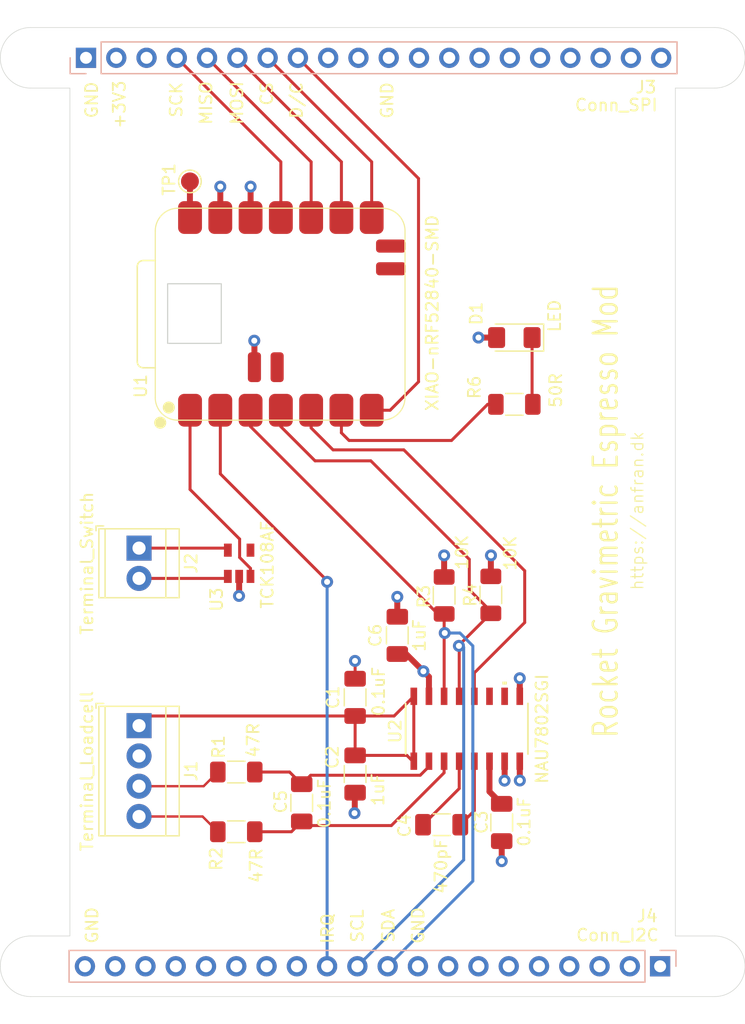
<source format=kicad_pcb>
(kicad_pcb (version 20240108) (generator "pcbnew") (generator_version "8.0")
  (title_block (title "Rocket Gravimetric Espresso PCB"))
  (layers (0 "F.Cu" signal) (1 "In1.Cu" power) (2 "In2.Cu" power) (31 "B.Cu" signal) (34 "B.Paste" user) (35 "F.Paste" user) (36 "B.SilkS" user "B.Silkscreen") (37 "F.SilkS" user "F.Silkscreen") (38 "B.Mask" user) (39 "F.Mask" user) (44 "Edge.Cuts" user))
  (net 0 "")
  (net 1 "Net-(U2-VBG)")
  (net 2 "Net-(U2-VIN2P)")
  (net 3 "Net-(U2-VIN2N)")
  (net 4 "Net-(U2-VIN1N)")
  (net 5 "Net-(U2-VIN1P)")
  (net 6 "+3V3")
  (net 7 "Net-(D1-K)")
  (net 9 "PA5_MISO")
  (net 11 "PA7_MOSI")
  (net 12 "PB9_CS")
  (net 15 "PB8_D{slash}C")
  (net 21 "Net-(U1-5V)")
  (net 25 "PA6_SCK")
  (net 41 "PA10_SDA")
  (net 42 "PA4_IRQ")
  (net 44 "PA2_CNT")
  (net 45 "PA11_SCL")
  (net 49 "Exc_Pos")
  (net 51 "GND")
  (net 52 "A+")
  (net 53 "A-")
  (net 54 "SW_Out")
  (net 55 "SW_In")
  (net 56 "PA8_DRDY")
  (net 57 "PA2_LED")
  (footprint "Seeed Studio XIAO Series Library:XIAO-nRF52840-SMD" (layer "F.Cu") (at 140.8 88.355 90)
    (property "Reference" "U1" (at -7.185 -11.17 90) (layer "F.SilkS") (effects (justify left bottom)))
    (property "Value" "XIAO-nRF52840-SMD" (at 0.055 12.7 90) (layer "F.SilkS"))
    (fp_line (start -4.046272 -12.047) (end 3.949 -12.047) (stroke (width 0.127)) (layer "F.SilkS"))
    (fp_line (start 4.449 -11.547) (end 4.449 -10.537) (stroke (width 0.127)) (layer "F.SilkS"))
    (fp_line (start 6.93 -10.537) (end -7.04 -10.537) (stroke (width 0.1)) (layer "F.SilkS"))
    (fp_line (start -4.55 -10.537) (end -4.546272 -11.547272) (stroke (width 0.127)) (layer "F.SilkS"))
    (fp_line (start 8.835 8.513) (end 8.835 -8.632) (stroke (width 0.1)) (layer "F.SilkS"))
    (fp_line (start -8.945 8.513) (end -8.945 -8.632) (stroke (width 0.1)) (layer "F.SilkS"))
    (fp_line (start -7.04 10.418) (end 6.93 10.418) (stroke (width 0.1)) (layer "F.SilkS"))
    (fp_arc (start 3.949 -12.047) (mid 4.302524 -11.900524) (end 4.449 -11.547) (stroke (width 0.127)) (layer "F.SilkS"))
    (fp_arc (start -4.546272 -11.547272) (mid -4.399724 -11.900644) (end -4.046272 -12.047) (stroke (width 0.127)) (layer "F.SilkS"))
    (fp_arc (start 6.93 -10.537) (mid 8.277024 -9.979024) (end 8.835 -8.632) (stroke (width 0.1)) (layer "F.SilkS"))
    (fp_arc (start -8.945 -8.636) (mid -8.387038 -9.983038) (end -7.04 -10.541) (stroke (width 0.1)) (layer "F.SilkS"))
    (fp_arc (start 8.835 8.513) (mid 8.277038 9.860038) (end 6.93 10.418) (stroke (width 0.1)) (layer "F.SilkS"))
    (fp_arc (start -7.04 10.418) (mid -8.387038 9.860038) (end -8.945 8.513) (stroke (width 0.1)) (layer "F.SilkS"))
    (fp_circle (center -9.155 -10.121) (end -9.155 -10.375) (stroke (width 0.5)) (fill solid) (layer "F.SilkS"))
    (fp_circle (center -7.881 -9.404) (end -7.881 -9.658) (stroke (width 0.5)) (fill solid) (layer "F.SilkS"))
    (fp_rect (start -2.5 -9.5) (end 2.5 -5) (stroke (width 0.1)) (fill none) (layer "Edge.Cuts"))
    (pad "1" smd roundrect (at -8.11 -7.62 90) (size 2.75 2) (layers "F.Cu" "F.Paste" "F.Mask") (net 44 "PA2_CNT"))
    (pad "2" smd roundrect (at -8.11 -5.08 90) (size 2.75 2) (layers "F.Cu" "F.Paste" "F.Mask") (net 42 "PA4_IRQ"))
    (pad "3" smd roundrect (at -8.11 -2.54 90) (size 2.75 2) (layers "F.Cu" "F.Paste" "F.Mask") (net 41 "PA10_SDA"))
    (pad "4" smd roundrect (at -8.11 0 90) (size 2.75 2) (layers "F.Cu" "F.Paste" "F.Mask") (net 45 "PA11_SCL"))
    (pad "5" smd roundrect (at -8.11 2.54 90) (size 2.75 2) (layers "F.Cu" "F.Paste" "F.Mask") (net 56 "PA8_DRDY"))
    (pad "6" smd roundrect (at -8.11 5.08 90) (size 2.75 2) (layers "F.Cu" "F.Paste" "F.Mask") (net 57 "PA2_LED"))
    (pad "7" smd roundrect (at -8.11 7.62 90) (size 2.75 2) (layers "F.Cu" "F.Paste" "F.Mask") (net 15 "PB8_D{slash}C"))
    (pad "8" smd roundrect (at 8.055 7.62 90) (size 2.75 2) (layers "F.Cu" "F.Paste" "F.Mask") (net 12 "PB9_CS"))
    (pad "9" smd roundrect (at 8.055 5.08 90) (size 2.75 2) (layers "F.Cu" "F.Paste" "F.Mask") (net 11 "PA7_MOSI"))
    (pad "10" smd roundrect (at 8.055 2.54 90) (size 2.75 2) (layers "F.Cu" "F.Paste" "F.Mask") (net 9 "PA5_MISO"))
    (pad "11" smd roundrect (at 8.055 0 90) (size 2.75 2) (layers "F.Cu" "F.Paste" "F.Mask") (net 25 "PA6_SCK"))
    (pad "12" smd roundrect (at 8.055 -2.54 90) (size 2.75 2) (layers "F.Cu" "F.Paste" "F.Mask") (net 6 "+3V3"))
    (pad "13" smd roundrect (at 8.055 -5.08 90) (size 2.75 2) (layers "F.Cu" "F.Paste" "F.Mask") (net 51 "GND"))
    (pad "14" smd roundrect (at 8.055 -7.62 90) (size 2.75 2) (layers "F.Cu" "F.Paste" "F.Mask") (net 21 "Net-(U1-5V)"))
    (pad "15" smd roundrect (at -4.5 -0.3135 270) (size 2.5 1.1) (layers "F.Cu" "F.Paste" "F.Mask"))
    (pad "16" smd roundrect (at -4.5 -2.2185 270) (size 2.5 1.1) (layers "F.Cu" "F.Paste" "F.Mask") (net 51 "GND"))
    (pad "17" smd roundrect (at 3.755 9.2369) (size 2.5 1.1) (layers "F.Cu" "F.Paste" "F.Mask"))
    (pad "18" smd roundrect (at 5.66 9.2369) (size 2.5 1.1) (layers "F.Cu" "F.Paste" "F.Mask"))
  )
  (footprint "Resistor_SMD:R_1206_3216Metric_Pad1.30x1.75mm_HandSolder" (layer "F.Cu") (at 137.06 131.82 180)
    (property "Reference" "R2" (at 1.69 -2.28 90) (layer "F.SilkS"))
    (property "Value" "47R" (at -1.67 -2.84 90) (layer "F.SilkS"))
    (fp_line (start -0.727064 0.91) (end 0.727064 0.91) (stroke (width 0.12)) (layer "F.SilkS"))
    (fp_line (start -0.727064 -0.91) (end 0.727064 -0.91) (stroke (width 0.12)) (layer "F.SilkS"))
    (pad "1" smd roundrect (at -1.55 0 180) (size 1.3 1.75) (layers "F.Cu" "F.Paste" "F.Mask") (roundrect_rratio 0.192308) (net 5 "Net-(U2-VIN1P)"))
    (pad "2" smd roundrect (at 1.55 0 180) (size 1.3 1.75) (layers "F.Cu" "F.Paste" "F.Mask") (roundrect_rratio 0.192308) (net 52 "A+"))
  )
  (footprint "Capacitor_SMD:C_1206_3216Metric_Pad1.33x1.80mm_HandSolder" (layer "F.Cu") (at 142.55 129.3925 -90)
    (property "Reference" "C5" (at -0.0925 1.77 90) (layer "F.SilkS"))
    (property "Value" "0.1uF" (at 0.0575 -1.9 90) (layer "F.SilkS"))
    (fp_line (start -0.711252 0.91) (end 0.711252 0.91) (stroke (width 0.12)) (layer "F.SilkS"))
    (fp_line (start -0.711252 -0.91) (end 0.711252 -0.91) (stroke (width 0.12)) (layer "F.SilkS"))
    (pad "1" smd roundrect (at -1.5625 0 270) (size 1.325 1.8) (layers "F.Cu" "F.Paste" "F.Mask") (roundrect_rratio 0.188679) (net 4 "Net-(U2-VIN1N)"))
    (pad "2" smd roundrect (at 1.5625 0 270) (size 1.325 1.8) (layers "F.Cu" "F.Paste" "F.Mask") (roundrect_rratio 0.188679) (net 5 "Net-(U2-VIN1P)"))
  )
  (footprint "Capacitor_SMD:C_1206_3216Metric_Pad1.33x1.80mm_HandSolder" (layer "F.Cu") (at 150.57 115.3475 90)
    (property "Reference" "C6" (at 0 -1.85 90) (layer "F.SilkS"))
    (property "Value" "1uF" (at 0 1.85 90) (layer "F.SilkS"))
    (fp_line (start -0.711252 -0.91) (end 0.711252 -0.91) (stroke (width 0.12)) (layer "F.SilkS"))
    (fp_line (start -0.711252 0.91) (end 0.711252 0.91) (stroke (width 0.12)) (layer "F.SilkS"))
    (pad "1" smd roundrect (at -1.5625 0 90) (size 1.325 1.8) (layers "F.Cu" "F.Paste" "F.Mask") (roundrect_rratio 0.188679) (net 6 "+3V3"))
    (pad "2" smd roundrect (at 1.5625 0 90) (size 1.325 1.8) (layers "F.Cu" "F.Paste" "F.Mask") (roundrect_rratio 0.188679) (net 51 "GND"))
  )
  (footprint "Resistor_SMD:R_1206_3216Metric_Pad1.30x1.75mm_HandSolder" (layer "F.Cu") (at 160.39 95.97 180)
    (property "Reference" "R6" (at 3.35 1.43 90) (layer "F.SilkS"))
    (property "Value" "50R" (at -3.48 1.18 90) (layer "F.SilkS"))
    (fp_line (start -0.727064 0.91) (end 0.727064 0.91) (stroke (width 0.12)) (layer "F.SilkS"))
    (fp_line (start -0.727064 -0.91) (end 0.727064 -0.91) (stroke (width 0.12)) (layer "F.SilkS"))
    (pad "1" smd roundrect (at -1.55 0 180) (size 1.3 1.75) (layers "F.Cu" "F.Paste" "F.Mask") (roundrect_rratio 0.192308) (net 7 "Net-(D1-K)"))
    (pad "2" smd roundrect (at 1.55 0 180) (size 1.3 1.75) (layers "F.Cu" "F.Paste" "F.Mask") (roundrect_rratio 0.192308) (net 57 "PA2_LED"))
  )
  (footprint "Capacitor_SMD:C_1206_3216Metric_Pad1.33x1.80mm_HandSolder" (layer "F.Cu") (at 147.03 120.5475 90)
    (property "Reference" "C1" (at 0 -1.85 90) (layer "F.SilkS"))
    (property "Value" "0.1uF" (at 0.4875 1.97 90) (layer "F.SilkS"))
    (fp_line (start -0.711252 -0.91) (end 0.711252 -0.91) (stroke (width 0.12)) (layer "F.SilkS"))
    (fp_line (start -0.711252 0.91) (end 0.711252 0.91) (stroke (width 0.12)) (layer "F.SilkS"))
    (pad "1" smd roundrect (at -1.5625 0 90) (size 1.325 1.8) (layers "F.Cu" "F.Paste" "F.Mask") (roundrect_rratio 0.188679) (net 49 "Exc_Pos"))
    (pad "2" smd roundrect (at 1.5625 0 90) (size 1.325 1.8) (layers "F.Cu" "F.Paste" "F.Mask") (roundrect_rratio 0.188679) (net 51 "GND"))
  )
  (footprint "Library:SOI16_NAU7802SGI_NUV" (layer "F.Cu") (at 156.4 123.18 90)
    (property "Reference" "U2" (at -0.21 -6.01 90) (layer "F.SilkS"))
    (property "Value" "NAU7802SGI" (at -0.01 6.31 90) (layer "F.SilkS"))
    (fp_line (start 2.1209 -5.1308) (end -2.1209 -5.1308) (stroke (width 0.1524)) (layer "F.SilkS"))
    (fp_line (start -2.1209 5.1308) (end 2.1209 5.1308) (stroke (width 0.1524)) (layer "F.SilkS"))
    (fp_poly (pts (xy 3.956799 2.9845) (xy 3.956799 3.3655) (xy 3.702799 3.3655) (xy 3.702799 2.9845)) (fill solid) (layer "F.SilkS"))
    (pad "1" smd rect (at -2.721348 -4.445 90) (size 1.454899 0.558) (layers "F.Cu" "F.Paste" "F.Mask") (net 49 "Exc_Pos"))
    (pad "2" smd rect (at -2.721348 -3.175 90) (size 1.454899 0.558) (layers "F.Cu" "F.Paste" "F.Mask") (net 4 "Net-(U2-VIN1N)"))
    (pad "3" smd rect (at -2.721348 -1.905 90) (size 1.454899 0.558) (layers "F.Cu" "F.Paste" "F.Mask") (net 5 "Net-(U2-VIN1P)"))
    (pad "4" smd rect (at -2.721348 -0.635 90) (size 1.454899 0.558) (layers "F.Cu" "F.Paste" "F.Mask") (net 3 "Net-(U2-VIN2N)"))
    (pad "5" smd rect (at -2.721348 0.635 90) (size 1.454899 0.558) (layers "F.Cu" "F.Paste" "F.Mask") (net 2 "Net-(U2-VIN2P)"))
    (pad "6" smd rect (at -2.721348 1.905 90) (size 1.454899 0.558) (layers "F.Cu" "F.Paste" "F.Mask") (net 1 "Net-(U2-VBG)"))
    (pad "7" smd rect (at -2.721348 3.175 90) (size 1.454899 0.558) (layers "F.Cu" "F.Paste" "F.Mask") (net 51 "GND"))
    (pad "8" smd rect (at -2.721348 4.445 90) (size 1.454899 0.558) (layers "F.Cu" "F.Paste" "F.Mask") (net 51 "GND"))
    (pad "9" smd rect (at 2.721348 4.445 90) (size 1.454899 0.558) (layers "F.Cu" "F.Paste" "F.Mask") (net 51 "GND"))
    (pad "10" smd rect (at 2.721348 3.175 90) (size 1.454899 0.558) (layers "F.Cu" "F.Paste" "F.Mask"))
    (pad "11" smd rect (at 2.721348 1.905 90) (size 1.454899 0.558) (layers "F.Cu" "F.Paste" "F.Mask"))
    (pad "12" smd rect (at 2.721348 0.635 90) (size 1.454899 0.558) (layers "F.Cu" "F.Paste" "F.Mask") (net 56 "PA8_DRDY"))
    (pad "13" smd rect (at 2.721348 -0.635 90) (size 1.454899 0.558) (layers "F.Cu" "F.Paste" "F.Mask") (net 45 "PA11_SCL"))
    (pad "14" smd rect (at 2.721348 -1.905 90) (size 1.454899 0.558) (layers "F.Cu" "F.Paste" "F.Mask") (net 41 "PA10_SDA"))
    (pad "15" smd rect (at 2.721348 -3.175 90) (size 1.454899 0.558) (layers "F.Cu" "F.Paste" "F.Mask") (net 6 "+3V3"))
    (pad "16" smd rect (at 2.721348 -4.445 90) (size 1.454899 0.558) (layers "F.Cu" "F.Paste" "F.Mask") (net 49 "Exc_Pos"))
  )
  (footprint "Capacitor_SMD:C_1206_3216Metric_Pad1.33x1.80mm_HandSolder" (layer "F.Cu") (at 154.2925 131.23)
    (property "Reference" "C4" (at -3.1175 0.08 90) (layer "F.SilkS"))
    (property "Value" "470pF" (at -0.0525 3.48 90) (layer "F.SilkS"))
    (fp_line (start -0.711252 -0.91) (end 0.711252 -0.91) (stroke (width 0.12)) (layer "F.SilkS"))
    (fp_line (start -0.711252 0.91) (end 0.711252 0.91) (stroke (width 0.12)) (layer "F.SilkS"))
    (pad "1" smd roundrect (at -1.5625 0) (size 1.325 1.8) (layers "F.Cu" "F.Paste" "F.Mask") (roundrect_rratio 0.188679) (net 3 "Net-(U2-VIN2N)"))
    (pad "2" smd roundrect (at 1.5625 0) (size 1.325 1.8) (layers "F.Cu" "F.Paste" "F.Mask") (roundrect_rratio 0.188679) (net 2 "Net-(U2-VIN2P)"))
  )
  (footprint "TCK108AF:SOT-23-5" (layer "F.Cu") (at 137.3 109.3 180)
    (property "Reference" "U3" (at 1.89 -3.04 90) (layer "F.SilkS"))
    (property "Value" "TCK108AF" (at -2.36 -0.12 90) (layer "F.SilkS"))
    (pad "1" smd rect (at 0.95 -1.1 180) (size 0.65 1.1) (layers "F.Cu" "F.Paste" "F.Mask") (net 54 "SW_Out"))
    (pad "2" smd rect (at 0 -1.1 180) (size 0.65 1.1) (layers "F.Cu" "F.Paste" "F.Mask") (net 51 "GND"))
    (pad "3" smd rect (at -0.95 -1.1 180) (size 0.65 1.1) (layers "F.Cu" "F.Paste" "F.Mask") (net 44 "PA2_CNT"))
    (pad "4" smd rect (at -0.95 1.1 180) (size 0.65 1.1) (layers "F.Cu" "F.Paste" "F.Mask"))
    (pad "5" smd rect (at 0.95 1.1 180) (size 0.65 1.1) (layers "F.Cu" "F.Paste" "F.Mask") (net 55 "SW_In"))
  )
  (footprint "TerminalBlock_TE-Connectivity:TerminalBlock_TE_282834-4_1x04_P2.54mm_Horizontal" (layer "F.Cu") (at 128.9 122.92 -90)
    (property "Reference" "J1" (at 3.81 -4.37 90) (layer "F.SilkS"))
    (property "Value" "Terminal_Loadcell" (at 3.81 4.37 90) (layer "F.SilkS"))
    (fp_line (start -1.86 3.61) (end -1.46 3.61) (stroke (width 0.12)) (layer "F.SilkS"))
    (fp_line (start -1.62 3.37) (end 9.241 3.37) (stroke (width 0.12)) (layer "F.SilkS"))
    (fp_line (start -1.86 2.97) (end -1.86 3.61) (stroke (width 0.12)) (layer "F.SilkS"))
    (fp_line (start -1.62 2.85) (end 9.241 2.85) (stroke (width 0.12)) (layer "F.SilkS"))
    (fp_line (start -1.62 -2.25) (end 9.241 -2.25) (stroke (width 0.12)) (layer "F.SilkS"))
    (fp_line (start -1.62 -3.37) (end -1.62 3.37) (stroke (width 0.12)) (layer "F.SilkS"))
    (fp_line (start -1.62 -3.37) (end 9.241 -3.37) (stroke (width 0.12)) (layer "F.SilkS"))
    (fp_line (start 9.241 -3.37) (end 9.241 3.37) (stroke (width 0.12)) (layer "F.SilkS"))
    (pad "1" thru_hole rect (at 0 0 270) (size 2.1 2.1) (drill 1.1) (layers "*.Cu" "*.Mask") (net 49 "Exc_Pos"))
    (pad "2" thru_hole circle (at 2.54 0 270) (size 2.1 2.1) (drill 1.1) (layers "*.Cu" "*.Mask") (net 51 "GND"))
    (pad "3" thru_hole circle (at 5.08 0 270) (size 2.1 2.1) (drill 1.1) (layers "*.Cu" "*.Mask") (net 53 "A-"))
    (pad "4" thru_hole circle (at 7.62 0 270) (size 2.1 2.1) (drill 1.1) (layers "*.Cu" "*.Mask") (net 52 "A+"))
  )
  (footprint "Capacitor_SMD:C_1206_3216Metric_Pad1.33x1.80mm_HandSolder" (layer "F.Cu") (at 159.33 131.0425 -90)
    (property "Reference" "C3" (at -0.0225 1.7 90) (layer "F.SilkS"))
    (property "Value" "0.1uF" (at -0.0525 -1.88 90) (layer "F.SilkS"))
    (fp_line (start -0.711252 0.91) (end 0.711252 0.91) (stroke (width 0.12)) (layer "F.SilkS"))
    (fp_line (start -0.711252 -0.91) (end 0.711252 -0.91) (stroke (width 0.12)) (layer "F.SilkS"))
    (pad "1" smd roundrect (at -1.5625 0 270) (size 1.325 1.8) (layers "F.Cu" "F.Paste" "F.Mask") (roundrect_rratio 0.188679) (net 1 "Net-(U2-VBG)"))
    (pad "2" smd roundrect (at 1.5625 0 270) (size 1.325 1.8) (layers "F.Cu" "F.Paste" "F.Mask") (roundrect_rratio 0.188679) (net 51 "GND"))
  )
  (footprint "Resistor_SMD:R_1206_3216Metric_Pad1.30x1.75mm_HandSolder" (layer "F.Cu") (at 137.06 126.81 180)
    (property "Reference" "R1" (at 1.49 2.11 90) (layer "F.SilkS"))
    (property "Value" "47R" (at -1.42 2.67 90) (layer "F.SilkS"))
    (fp_line (start -0.727064 0.91) (end 0.727064 0.91) (stroke (width 0.12)) (layer "F.SilkS"))
    (fp_line (start -0.727064 -0.91) (end 0.727064 -0.91) (stroke (width 0.12)) (layer "F.SilkS"))
    (pad "1" smd roundrect (at -1.55 0 180) (size 1.3 1.75) (layers "F.Cu" "F.Paste" "F.Mask") (roundrect_rratio 0.192308) (net 4 "Net-(U2-VIN1N)"))
    (pad "2" smd roundrect (at 1.55 0 180) (size 1.3 1.75) (layers "F.Cu" "F.Paste" "F.Mask") (roundrect_rratio 0.192308) (net 53 "A-"))
  )
  (footprint "Resistor_SMD:R_1206_3216Metric_Pad1.30x1.75mm_HandSolder" (layer "F.Cu") (at 158.42 111.95 -90)
    (property "Reference" "R4" (at 0.02 1.73 90) (layer "F.SilkS"))
    (property "Value" "10K" (at -3.51 -1.62 90) (layer "F.SilkS"))
    (fp_line (start -0.727064 0.91) (end 0.727064 0.91) (stroke (width 0.12)) (layer "F.SilkS"))
    (fp_line (start -0.727064 -0.91) (end 0.727064 -0.91) (stroke (width 0.12)) (layer "F.SilkS"))
    (pad "1" smd roundrect (at -1.55 0 270) (size 1.3 1.75) (layers "F.Cu" "F.Paste" "F.Mask") (roundrect_rratio 0.192308) (net 6 "+3V3"))
    (pad "2" smd roundrect (at 1.55 0 270) (size 1.3 1.75) (layers "F.Cu" "F.Paste" "F.Mask") (roundrect_rratio 0.192308) (net 45 "PA11_SCL"))
  )
  (footprint "Capacitor_SMD:C_1206_3216Metric_Pad1.33x1.80mm_HandSolder" (layer "F.Cu") (at 147.03 126.9775 -90)
    (property "Reference" "C2" (at -1.4075 1.91 90) (layer "F.SilkS"))
    (property "Value" "1uF" (at 1.3025 -1.92 90) (layer "F.SilkS"))
    (fp_line (start -0.711252 0.91) (end 0.711252 0.91) (stroke (width 0.12)) (layer "F.SilkS"))
    (fp_line (start -0.711252 -0.91) (end 0.711252 -0.91) (stroke (width 0.12)) (layer "F.SilkS"))
    (pad "1" smd roundrect (at -1.5625 0 270) (size 1.325 1.8) (layers "F.Cu" "F.Paste" "F.Mask") (roundrect_rratio 0.188679) (net 49 "Exc_Pos"))
    (pad "2" smd roundrect (at 1.5625 0 270) (size 1.325 1.8) (layers "F.Cu" "F.Paste" "F.Mask") (roundrect_rratio 0.188679) (net 51 "GND"))
  )
  (footprint "TerminalBlock_TE-Connectivity:TerminalBlock_TE_282834-2_1x02_P2.54mm_Horizontal" (layer "F.Cu") (at 128.9 108.03 -90)
    (property "Reference" "J2" (at 1.27 -4.37 90) (layer "F.SilkS"))
    (property "Value" "Terminal_Switch" (at 1.27 4.37 90) (layer "F.SilkS"))
    (fp_line (start -1.86 3.61) (end -1.46 3.61) (stroke (width 0.12)) (layer "F.SilkS"))
    (fp_line (start -1.62 3.37) (end 4.16 3.37) (stroke (width 0.12)) (layer "F.SilkS"))
    (fp_line (start -1.86 2.97) (end -1.86 3.61) (stroke (width 0.12)) (layer "F.SilkS"))
    (fp_line (start -1.62 2.85) (end 4.16 2.85) (stroke (width 0.12)) (layer "F.SilkS"))
    (fp_line (start -1.62 -2.25) (end 4.16 -2.25) (stroke (width 0.12)) (layer "F.SilkS"))
    (fp_line (start -1.62 -3.37) (end -1.62 3.37) (stroke (width 0.12)) (layer "F.SilkS"))
    (fp_line (start -1.62 -3.37) (end 4.16 -3.37) (stroke (width 0.12)) (layer "F.SilkS"))
    (fp_line (start 4.16 -3.37) (end 4.16 3.37) (stroke (width 0.12)) (layer "F.SilkS"))
    (pad "1" thru_hole rect (at 0 0 270) (size 2.1 2.1) (drill 1.1) (layers "*.Cu" "*.Mask") (net 55 "SW_In"))
    (pad "2" thru_hole circle (at 2.54 0 270) (size 2.1 2.1) (drill 1.1) (layers "*.Cu" "*.Mask") (net 54 "SW_Out"))
  )
  (footprint "LED_SMD:LED_1206_3216Metric_Pad1.42x1.75mm_HandSolder" (layer "F.Cu") (at 160.39 90.37 180)
    (property "Reference" "D1" (at 3.2 2.02 90) (layer "F.SilkS"))
    (property "Value" "LED" (at -3.38 1.82 90) (layer "F.SilkS"))
    (fp_line (start 1.6 -1.135) (end -2.46 -1.135) (stroke (width 0.12)) (layer "F.SilkS"))
    (fp_line (start -2.46 1.135) (end 1.6 1.135) (stroke (width 0.12)) (layer "F.SilkS"))
    (fp_line (start -2.46 -1.135) (end -2.46 1.135) (stroke (width 0.12)) (layer "F.SilkS"))
    (pad "1" smd roundrect (at -1.4875 0 180) (size 1.425 1.75) (layers "F.Cu" "F.Paste" "F.Mask") (roundrect_rratio 0.175439) (net 7 "Net-(D1-K)"))
    (pad "2" smd roundrect (at 1.4875 0 180) (size 1.425 1.75) (layers "F.Cu" "F.Paste" "F.Mask") (roundrect_rratio 0.175439) (net 6 "+3V3"))
  )
  (footprint "TestPoint:TestPoint_Pad_D1.5mm" (layer "F.Cu") (at 133.17 77.27)
    (property "Reference" "TP1" (at -1.75 -0.17 90) (layer "F.SilkS"))
    (property "Value" "5V TestPoint")
    (fp_circle (center 0 0) (end 0 0.95) (stroke (width 0.12)) (fill none) (layer "F.SilkS"))
    (pad "1" smd circle (at 0 0) (size 1.5 1.5) (layers "F.Cu" "F.Mask") (net 21 "Net-(U1-5V)"))
  )
  (footprint "Resistor_SMD:R_1206_3216Metric_Pad1.30x1.75mm_HandSolder" (layer "F.Cu") (at 154.5 112 -90)
    (property "Reference" "R3" (at 0.09 1.7 90) (layer "F.SilkS"))
    (property "Value" "10K" (at -3.62 -1.5 90) (layer "F.SilkS"))
    (fp_line (start -0.727064 0.91) (end 0.727064 0.91) (stroke (width 0.12)) (layer "F.SilkS"))
    (fp_line (start -0.727064 -0.91) (end 0.727064 -0.91) (stroke (width 0.12)) (layer "F.SilkS"))
    (pad "1" smd roundrect (at -1.55 0 270) (size 1.3 1.75) (layers "F.Cu" "F.Paste" "F.Mask") (roundrect_rratio 0.192308) (net 6 "+3V3"))
    (pad "2" smd roundrect (at 1.55 0 270) (size 1.3 1.75) (layers "F.Cu" "F.Paste" "F.Mask") (roundrect_rratio 0.192308) (net 41 "PA10_SDA"))
  )
  (footprint "Connector_PinSocket_2.54mm:PinSocket_1x20_P2.54mm_Vertical" (layer "B.Cu") (at 172.62 143.1036 90)
    (property "Reference" "J4" (at 4.2136 -1.08 0) (layer "F.SilkS"))
    (property "Value" "Conn_I2C" (at 2.6136 -3.58 0) (layer "F.SilkS"))
    (fp_line (start 1.33 -49.59) (end -1.33 -49.59) (stroke (width 0.12)) (layer "B.SilkS"))
    (fp_line (start 1.33 -49.59) (end 1.33 -1.27) (stroke (width 0.12)) (layer "B.SilkS"))
    (fp_line (start -1.33 -49.59) (end -1.33 -1.27) (stroke (width 0.12)) (layer "B.SilkS"))
    (fp_line (start 1.33 -1.27) (end -1.33 -1.27) (stroke (width 0.12)) (layer "B.SilkS"))
    (fp_line (start 1.33 0) (end 1.33 1.33) (stroke (width 0.12)) (layer "B.SilkS"))
    (fp_line (start 1.33 1.33) (end 0 1.33) (stroke (width 0.12)) (layer "B.SilkS"))
    (pad "1" thru_hole rect (at 0 0 90) (size 1.7 1.7) (drill 1) (layers "*.Cu" "*.Mask"))
    (pad "2" thru_hole oval (at 0 -2.54 90) (size 1.7 1.7) (drill 1) (layers "*.Cu" "*.Mask"))
    (pad "3" thru_hole oval (at 0 -5.08 90) (size 1.7 1.7) (drill 1) (layers "*.Cu" "*.Mask"))
    (pad "4" thru_hole oval (at 0 -7.62 90) (size 1.7 1.7) (drill 1) (layers "*.Cu" "*.Mask"))
    (pad "5" thru_hole oval (at 0 -10.16 90) (size 1.7 1.7) (drill 1) (layers "*.Cu" "*.Mask"))
    (pad "6" thru_hole oval (at 0 -12.7 90) (size 1.7 1.7) (drill 1) (layers "*.Cu" "*.Mask"))
    (pad "7" thru_hole oval (at 0 -15.24 90) (size 1.7 1.7) (drill 1) (layers "*.Cu" "*.Mask"))
    (pad "8" thru_hole oval (at 0 -17.78 90) (size 1.7 1.7) (drill 1) (layers "*.Cu" "*.Mask"))
    (pad "9" thru_hole oval (at 0 -20.32 90) (size 1.7 1.7) (drill 1) (layers "*.Cu" "*.Mask") (net 51 "GND"))
    (pad "10" thru_hole oval (at 0 -22.86 90) (size 1.7 1.7) (drill 1) (layers "*.Cu" "*.Mask") (net 41 "PA10_SDA"))
    (pad "11" thru_hole oval (at 0 -25.4 90) (size 1.7 1.7) (drill 1) (layers "*.Cu" "*.Mask") (net 45 "PA11_SCL"))
    (pad "12" thru_hole oval (at 0 -27.94 90) (size 1.7 1.7) (drill 1) (layers "*.Cu" "*.Mask") (net 42 "PA4_IRQ"))
    (pad "13" thru_hole oval (at 0 -30.48 90) (size 1.7 1.7) (drill 1) (layers "*.Cu" "*.Mask"))
    (pad "14" thru_hole oval (at 0 -33.02 90) (size 1.7 1.7) (drill 1) (layers "*.Cu" "*.Mask"))
    (pad "15" thru_hole oval (at 0 -35.56 90) (size 1.7 1.7) (drill 1) (layers "*.Cu" "*.Mask"))
    (pad "16" thru_hole oval (at 0 -38.1 90) (size 1.7 1.7) (drill 1) (layers "*.Cu" "*.Mask"))
    (pad "17" thru_hole oval (at 0 -40.64 90) (size 1.7 1.7) (drill 1) (layers "*.Cu" "*.Mask"))
    (pad "18" thru_hole oval (at 0 -43.18 90) (size 1.7 1.7) (drill 1) (layers "*.Cu" "*.Mask"))
    (pad "19" thru_hole oval (at 0 -45.72 90) (size 1.7 1.7) (drill 1) (layers "*.Cu" "*.Mask"))
    (pad "20" thru_hole oval (at 0 -48.26 90) (size 1.7 1.7) (drill 1) (layers "*.Cu" "*.Mask") (net 51 "GND"))
  )
  (footprint "Connector_PinSocket_2.54mm:PinSocket_1x20_P2.54mm_Vertical" (layer "B.Cu") (at 124.45 66.9036 -90)
    (property "Reference" "J3" (at 2.4664 -46.99 0) (layer "F.SilkS"))
    (property "Value" "Conn_SPI" (at 3.9664 -44.49 0) (layer "F.SilkS"))
    (fp_line (start 1.33 1.33) (end 0 1.33) (stroke (width 0.12)) (layer "B.SilkS"))
    (fp_line (start 1.33 0) (end 1.33 1.33) (stroke (width 0.12)) (layer "B.SilkS"))
    (fp_line (start 1.33 -1.27) (end -1.33 -1.27) (stroke (width 0.12)) (layer "B.SilkS"))
    (fp_line (start -1.33 -49.59) (end -1.33 -1.27) (stroke (width 0.12)) (layer "B.SilkS"))
    (fp_line (start 1.33 -49.59) (end 1.33 -1.27) (stroke (width 0.12)) (layer "B.SilkS"))
    (fp_line (start 1.33 -49.59) (end -1.33 -49.59) (stroke (width 0.12)) (layer "B.SilkS"))
    (pad "1" thru_hole rect (at 0 0 270) (size 1.7 1.7) (drill 1) (layers "*.Cu" "*.Mask") (net 51 "GND"))
    (pad "2" thru_hole oval (at 0 -2.54 270) (size 1.7 1.7) (drill 1) (layers "*.Cu" "*.Mask") (net 6 "+3V3"))
    (pad "3" thru_hole oval (at 0 -5.08 270) (size 1.7 1.7) (drill 1) (layers "*.Cu" "*.Mask"))
    (pad "4" thru_hole oval (at 0 -7.62 270) (size 1.7 1.7) (drill 1) (layers "*.Cu" "*.Mask") (net 25 "PA6_SCK"))
    (pad "5" thru_hole oval (at 0 -10.16 270) (size 1.7 1.7) (drill 1) (layers "*.Cu" "*.Mask") (net 9 "PA5_MISO"))
    (pad "6" thru_hole oval (at 0 -12.7 270) (size 1.7 1.7) (drill 1) (layers "*.Cu" "*.Mask") (net 11 "PA7_MOSI"))
    (pad "7" thru_hole oval (at 0 -15.24 270) (size 1.7 1.7) (drill 1) (layers "*.Cu" "*.Mask") (net 12 "PB9_CS"))
    (pad "8" thru_hole oval (at 0 -17.78 270) (size 1.7 1.7) (drill 1) (layers "*.Cu" "*.Mask") (net 15 "PB8_D{slash}C"))
    (pad "9" thru_hole oval (at 0 -20.32 270) (size 1.7 1.7) (drill 1) (layers "*.Cu" "*.Mask"))
    (pad "10" thru_hole oval (at 0 -22.86 270) (size 1.7 1.7) (drill 1) (layers "*.Cu" "*.Mask"))
    (pad "11" thru_hole oval (at 0 -25.4 270) (size 1.7 1.7) (drill 1) (layers "*.Cu" "*.Mask") (net 51 "GND"))
    (pad "12" thru_hole oval (at 0 -27.94 270) (size 1.7 1.7) (drill 1) (layers "*.Cu" "*.Mask"))
    (pad "13" thru_hole oval (at 0 -30.48 270) (size 1.7 1.7) (drill 1) (layers "*.Cu" "*.Mask"))
    (pad "14" thru_hole oval (at 0 -33.02 270) (size 1.7 1.7) (drill 1) (layers "*.Cu" "*.Mask"))
    (pad "15" thru_hole oval (at 0 -35.56 270) (size 1.7 1.7) (drill 1) (layers "*.Cu" "*.Mask"))
    (pad "16" thru_hole oval (at 0 -38.1 270) (size 1.7 1.7) (drill 1) (layers "*.Cu" "*.Mask"))
    (pad "17" thru_hole oval (at 0 -40.64 270) (size 1.7 1.7) (drill 1) (layers "*.Cu" "*.Mask"))
    (pad "18" thru_hole oval (at 0 -43.18 270) (size 1.7 1.7) (drill 1) (layers "*.Cu" "*.Mask"))
    (pad "19" thru_hole oval (at 0 -45.72 270) (size 1.7 1.7) (drill 1) (layers "*.Cu" "*.Mask"))
    (pad "20" thru_hole oval (at 0 -48.26 270) (size 1.7 1.7) (drill 1) (layers "*.Cu" "*.Mask"))
  )
  (gr_line (start 119.7991 145.6436) (end 177.2031 145.6436) (stroke (width 0.05)) (layer "Edge.Cuts"))
  (gr_arc (start 179.7431 66.9036) (mid 178.999151 68.699651) (end 177.2031 69.4436) (stroke (width 0.05)) (layer "Edge.Cuts"))
  (gr_arc (start 179.7431 143.1036) (mid 178.999151 144.899651) (end 177.2031 145.6436) (stroke (width 0.05)) (layer "Edge.Cuts"))
  (gr_arc (start 119.7991 69.4436) (mid 118.003049 68.699651) (end 117.2591 66.9036) (stroke (width 0.05)) (layer "Edge.Cuts"))
  (gr_arc (start 177.2031 64.3636) (mid 178.999151 65.107549) (end 179.7431 66.9036) (stroke (width 0.05)) (layer "Edge.Cuts"))
  (gr_line (start 177.2031 64.3636) (end 119.7991 64.3636) (stroke (width 0.05)) (layer "Edge.Cuts"))
  (gr_line (start 119.7991 69.4436) (end 123.1011 69.4436) (stroke (width 0.05)) (layer "Edge.Cuts"))
  (gr_arc (start 117.2591 143.1036) (mid 118.003049 141.307549) (end 119.7991 140.5636) (stroke (width 0.05)) (layer "Edge.Cuts"))
  (gr_line (start 123.1011 69.4436) (end 123.1011 140.5636) (stroke (width 0.05)) (layer "Edge.Cuts"))
  (gr_arc (start 177.2031 140.5636) (mid 178.999151 141.307549) (end 179.7431 143.1036) (stroke (width 0.05)) (layer "Edge.Cuts"))
  (gr_line (start 123.1011 140.5636) (end 119.7991 140.5636) (stroke (width 0.05)) (layer "Edge.Cuts"))
  (gr_arc (start 119.7991 145.6436) (mid 118.003049 144.899651) (end 117.2591 143.1036) (stroke (width 0.05)) (layer "Edge.Cuts"))
  (gr_line (start 173.9011 140.5636) (end 173.9011 69.4436) (stroke (width 0.05)) (layer "Edge.Cuts"))
  (gr_line (start 173.9011 69.4436) (end 177.2031 69.4436) (stroke (width 0.05)) (layer "Edge.Cuts"))
  (gr_line (start 177.2031 140.5636) (end 173.9011 140.5636) (stroke (width 0.05)) (layer "Edge.Cuts"))
  (gr_arc (start 117.2591 66.9036) (mid 118.003049 65.107549) (end 119.7991 64.3636) (stroke (width 0.05)) (layer "Edge.Cuts"))
  (gr_text "GND" (at 125.51 72.06 90) (layer "F.SilkS") (effects (font (size 1 1)) (justify left bottom)))
  (gr_text "+3V3" (at 127.83 72.92 90) (layer "F.SilkS") (effects (font (size 1 1)) (justify left bottom)))
  (gr_text "IRQ" (at 145.3 141.3 90) (layer "F.SilkS") (effects (font (size 1 1)) (justify left bottom)))
  (gr_text "https://anfran.dk" (at 171.3 111.63 90) (layer "F.SilkS") (effects (font (size 1 1) (thickness 0.1)) (justify left bottom)))
  (gr_text "D/C" (at 142.7 72.1 90) (layer "F.SilkS") (effects (font (size 1 1)) (justify left bottom)))
  (gr_text "CS" (at 140.2 71 90) (layer "F.SilkS") (effects (font (size 1 1)) (justify left bottom)))
  (gr_text "MISO" (at 135.1 72.6 90) (layer "F.SilkS") (effects (font (size 1 1)) (justify left bottom)))
  (gr_text "Rocket Gravimetric Espresso Mod" (at 169.226532 124.063332 90) (layer "F.SilkS") (effects (font (size 2 1.5) (thickness 0.2)) (justify left bottom)))
  (gr_text "MOSI" (at 137.7 72.6 90) (layer "F.SilkS") (effects (font (size 1 1)) (justify left bottom)))
  (gr_text "GND" (at 125.54 141.29 90) (layer "F.SilkS") (effects (font (size 1 1)) (justify left bottom)))
  (gr_text "SDA" (at 150.4 141.2 90) (layer "F.SilkS") (effects (font (size 1 1)) (justify left bottom)))
  (gr_text "GND" (at 152.9 141.3 90) (layer "F.SilkS") (effects (font (size 1 1)) (justify left bottom)))
  (gr_text "GND" (at 150.3 72.1 90) (layer "F.SilkS") (effects (font (size 1 1)) (justify left bottom)))
  (gr_text "SCK" (at 132.6 72 90) (layer "F.SilkS") (effects (font (size 1 1)) (justify left bottom)))
  (gr_text "SCL" (at 147.8 141.2 90) (layer "F.SilkS") (effects (font (size 1 1)) (justify left bottom)))
  (segment (start 158.305 128.455) (end 159.33 129.48) (width 0.5) (layer "F.Cu") (net 1))
  (segment (start 158.305 125.901348) (end 158.305 128.455) (width 0.5) (layer "F.Cu") (net 1))
  (segment (start 157.035 130.05) (end 155.855 131.23) (width 0.25) (layer "F.Cu") (net 2))
  (segment (start 157.035 125.901348) (end 157.035 130.05) (width 0.25) (layer "F.Cu") (net 2))
  (segment (start 155.765 125.901348) (end 155.765 128.195) (width 0.25) (layer "F.Cu") (net 3))
  (segment (start 155.765 128.195) (end 152.73 131.23) (width 0.25) (layer "F.Cu") (net 3))
  (segment (start 138.61 126.81) (end 141.53 126.81) (width 0.25) (layer "F.Cu") (net 4))
  (segment (start 143.3 127.08) (end 152.494797 127.08) (width 0.25) (layer "F.Cu") (net 4))
  (segment (start 153.225 126.349797) (end 153.225 125.901348) (width 0.25) (layer "F.Cu") (net 4))
  (segment (start 152.494797 127.08) (end 153.225 126.349797) (width 0.25) (layer "F.Cu") (net 4))
  (segment (start 142.55 127.83) (end 143.3 127.08) (width 0.25) (layer "F.Cu") (net 4))
  (segment (start 141.53 126.81) (end 142.55 127.83) (width 0.25) (layer "F.Cu") (net 4))
  (segment (start 141.685 131.82) (end 142.55 130.955) (width 0.25) (layer "F.Cu") (net 5))
  (segment (start 142.895 131.3) (end 150.07 131.3) (width 0.25) (layer "F.Cu") (net 5))
  (segment (start 154.495 126.875) (end 154.495 125.901348) (width 0.25) (layer "F.Cu") (net 5))
  (segment (start 138.61 131.82) (end 141.685 131.82) (width 0.25) (layer "F.Cu") (net 5))
  (segment (start 150.07 131.3) (end 154.495 126.875) (width 0.25) (layer "F.Cu") (net 5))
  (segment (start 142.55 130.955) (end 142.895 131.3) (width 0.25) (layer "F.Cu") (net 5))
  (segment (start 157.38 90.37) (end 157.37 90.37) (width 0.25) (layer "F.Cu") (net 6))
  (segment (start 154.5 108.77) (end 154.5 110.45) (width 0.5) (layer "F.Cu") (net 6))
  (segment (start 151.31 116.91) (end 150.57 116.91) (width 0.25) (layer "F.Cu") (net 6))
  (segment (start 158.9025 90.37) (end 157.38 90.37) (width 0.5) (layer "F.Cu") (net 6))
  (segment (start 158.42 108.65) (end 158.42 110.4) (width 0.5) (layer "F.Cu") (net 6))
  (segment (start 152.76 118.36) (end 153.225 118.825) (width 0.5) (layer "F.Cu") (net 6))
  (segment (start 153.225 118.825) (end 153.225 120.458652) (width 0.5) (layer "F.Cu") (net 6))
  (segment (start 158.43 108.635) (end 158.42 108.645) (width 0.5) (layer "F.Cu") (net 6))
  (segment (start 138.26 77.71) (end 138.26 80.3) (width 0.5) (layer "F.Cu") (net 6))
  (segment (start 152.76 118.36) (end 153.22 118.82) (width 0.25) (layer "F.Cu") (net 6))
  (segment (start 152.76 118.36) (end 151.31 116.91) (width 0.5) (layer "F.Cu") (net 6))
  (segment (start 138.26 79) (end 138.26 80.3) (width 0.2) (layer "F.Cu") (net 6))
  (segment (start 150.57 116.91) (end 149.86125 116.91) (width 0.25) (layer "F.Cu") (net 6))
  (via (at 158.43 108.64) (size 1) (drill 0.5) (layers "F.Cu" "B.Cu") (net 6))
  (via (at 157.38 90.37) (size 1) (drill 0.5) (layers "F.Cu" "B.Cu") (net 6))
  (via (at 154.5 108.64) (size 1) (drill 0.5) (layers "F.Cu" "B.Cu") (net 6))
  (via (at 152.76 118.36) (size 1) (drill 0.5) (layers "F.Cu" "B.Cu") (net 6))
  (via (at 138.26 77.71) (size 1) (drill 0.5) (layers "F.Cu" "B.Cu") (net 6))
  (segment (start 161.8775 90.37) (end 161.8775 95.9075) (width 0.25) (layer "F.Cu") (net 7))
  (segment (start 161.8775 95.9075) (end 161.94 95.97) (width 0.25) (layer "F.Cu") (net 7))
  (segment (start 143.34 75.6336) (end 143.34 80.3) (width 0.25) (layer "F.Cu") (net 9))
  (segment (start 134.61 66.9036) (end 143.34 75.6336) (width 0.25) (layer "F.Cu") (net 9))
  (segment (start 145.88 75.6336) (end 145.88 80.3) (width 0.25) (layer "F.Cu") (net 11))
  (segment (start 137.15 66.9036) (end 145.88 75.6336) (width 0.25) (layer "F.Cu") (net 11))
  (segment (start 148.42 75.6336) (end 148.42 80.3) (width 0.25) (layer "F.Cu") (net 12))
  (segment (start 139.69 66.9036) (end 148.42 75.6336) (width 0.25) (layer "F.Cu") (net 12))
  (segment (start 149.965 96.465) (end 148.42 96.465) (width 0.25) (layer "F.Cu") (net 15))
  (segment (start 142.23 66.9036) (end 152.35 77.0236) (width 0.25) (layer "F.Cu") (net 15))
  (segment (start 152.35 77.0236) (end 152.35 94.08) (width 0.25) (layer "F.Cu") (net 15))
  (segment (start 152.35 94.08) (end 149.965 96.465) (width 0.25) (layer "F.Cu") (net 15))
  (segment (start 133.17 80.29) (end 133.18 80.3) (width 0.25) (layer "F.Cu") (net 21))
  (segment (start 133.17 77.27) (end 133.17 80.29) (width 0.5) (layer "F.Cu") (net 21))
  (segment (start 140.8 75.6336) (end 140.8 80.3) (width 0.25) (layer "F.Cu") (net 25))
  (segment (start 132.07 66.9036) (end 140.8 75.6336) (width 0.25) (layer "F.Cu") (net 25))
  (segment (start 154.5 113.55) (end 154.5 120.453652) (width 0.25) (layer "F.Cu") (net 41))
  (segment (start 154.5 120.453652) (end 154.495 120.458652) (width 0.25) (layer "F.Cu") (net 41))
  (segment (start 153.97 113.55) (end 154.5 113.55) (width 0.25) (layer "F.Cu") (net 41))
  (segment (start 138.26 96.465) (end 138.26 97.84) (width 0.25) (layer "F.Cu") (net 41))
  (segment (start 138.26 97.84) (end 153.97 113.55) (width 0.25) (layer "F.Cu") (net 41))
  (via (at 154.55 115.15) (size 1) (drill 0.5) (layers "F.Cu" "B.Cu") (net 41))
  (segment (start 149.76 143.1036) (end 156.91 135.9536) (width 0.25) (layer "B.Cu") (net 41))
  (segment (start 156.91 135.9536) (end 156.91 116.233273) (width 0.25) (layer "B.Cu") (net 41))
  (segment (start 155.826727 115.15) (end 154.55 115.15) (width 0.25) (layer "B.Cu") (net 41))
  (segment (start 156.91 116.233273) (end 155.826727 115.15) (width 0.25) (layer "B.Cu") (net 41))
  (segment (start 135.72 101.8) (end 144.62 110.7) (width 0.25) (layer "F.Cu") (net 42))
  (segment (start 135.72 96.465) (end 135.72 101.8) (width 0.25) (layer "F.Cu") (net 42))
  (via (at 144.68 110.86) (size 1) (drill 0.5) (layers "F.Cu" "B.Cu") (net 42))
  (segment (start 144.68 143.1036) (end 144.68 110.86) (width 0.25) (layer "B.Cu") (net 42))
  (segment (start 133.18 103.11) (end 137.34 107.27) (width 0.25) (layer "F.Cu") (net 44))
  (segment (start 138.25 109.725) (end 138.25 110.4) (width 0.25) (layer "F.Cu") (net 44))
  (segment (start 137.34 108.815) (end 138.25 109.725) (width 0.25) (layer "F.Cu") (net 44))
  (segment (start 137.34 107.27) (end 137.34 108.815) (width 0.25) (layer "F.Cu") (net 44))
  (segment (start 133.18 96.465) (end 133.18 103.11) (width 0.25) (layer "F.Cu") (net 44))
  (segment (start 143.67 100.71) (end 148.35 100.71) (width 0.25) (layer "F.Cu") (net 45))
  (segment (start 156.61 108.97) (end 156.61 111.52) (width 0.25) (layer "F.Cu") (net 45))
  (segment (start 140.8 96.465) (end 140.8 97.84) (width 0.25) (layer "F.Cu") (net 45))
  (segment (start 156.61 111.52) (end 158.42 113.33) (width 0.25) (layer "F.Cu") (net 45))
  (segment (start 158.42 113.33) (end 158.42 113.5) (width 0.25) (layer "F.Cu") (net 45))
  (segment (start 155.765 116.155) (end 155.765 120.458652) (width 0.25) (layer "F.Cu") (net 45))
  (segment (start 148.35 100.71) (end 156.61 108.97) (width 0.25) (layer "F.Cu") (net 45))
  (segment (start 140.8 97.84) (end 143.67 100.71) (width 0.25) (layer "F.Cu") (net 45))
  (segment (start 158.42 113.5) (end 155.765 116.155) (width 0.25) (layer "F.Cu") (net 45))
  (via (at 155.74 116.23) (size 1) (drill 0.5) (layers "F.Cu" "B.Cu") (net 45))
  (segment (start 156.14 134.1836) (end 156.14 116.35) (width 0.25) (layer "B.Cu") (net 45))
  (segment (start 147.22 143.1036) (end 156.14 134.1836) (width 0.25) (layer "B.Cu") (net 45))
  (segment (start 156.02 116.23) (end 155.74 116.23) (width 0.25) (layer "B.Cu") (net 45))
  (segment (start 156.14 116.35) (end 156.02 116.23) (width 0.25) (layer "B.Cu") (net 45))
  (segment (start 151.955 125.901348) (end 151.861348 125.901348) (width 0.25) (layer "F.Cu") (net 49))
  (segment (start 147.03 122.11) (end 129.71 122.11) (width 0.25) (layer "F.Cu") (net 49))
  (segment (start 147.03 122.11) (end 150.303652 122.11) (width 0.25) (layer "F.Cu") (net 49))
  (segment (start 150.303652 122.11) (end 151.955 120.458652) (width 0.25) (layer "F.Cu") (net 49))
  (segment (start 151.861348 125.901348) (end 151.375 125.415) (width 0.25) (layer "F.Cu") (net 49))
  (segment (start 129.71 122.11) (end 128.9 122.92) (width 0.25) (layer "F.Cu") (net 49))
  (segment (start 151.375 125.415) (end 147.03 125.415) (width 0.25) (layer "F.Cu") (net 49))
  (segment (start 151.955 120.458652) (end 151.955 125.901348) (width 0.25) (layer "F.Cu") (net 49))
  (segment (start 147.516348 125.901348) (end 147.03 125.415) (width 0.25) (layer "F.Cu") (net 49))
  (segment (start 147.03 122.11) (end 147.03 125.415) (width 0.25) (layer "F.Cu") (net 49))
  (segment (start 160.845 120.458652) (end 160.845 118.945) (width 0.5) (layer "F.Cu") (net 51))
  (segment (start 138.57 90.63) (end 138.5815 90.6415) (width 0.5) (layer "F.Cu") (net 51))
  (segment (start 150.57 112.1175) (end 150.57 113.785) (width 0.5) (layer "F.Cu") (net 51))
  (segment (start 147.03 117.5) (end 147.02 117.49) (width 0.25) (layer "F.Cu") (net 51))
  (segment (start 160.845 127.375) (end 160.845 125.901348) (width 0.5) (layer "F.Cu") (net 51))
  (segment (start 137.29 112.04) (end 137.3 112.03) (width 0.5) (layer "F.Cu") (net 51))
  (segment (start 160.85 127.52) (end 160.845 127.515) (width 0.25) (layer "F.Cu") (net 51))
  (segment (start 138.5815 90.6415) (end 138.5815 92.855) (width 0.5) (layer "F.Cu") (net 51))
  (segment (start 147 128.54) (end 147 130.05) (width 0.5) (layer "F.Cu") (net 51))
  (segment (start 159.33 132.605) (end 159.33 134.2875) (width 0.5) (layer "F.Cu") (net 51))
  (segment (start 135.72 77.81) (end 135.72 80.3) (width 0.5) (layer "F.Cu") (net 51))
  (segment (start 137.3 112.03) (end 137.3 110.4) (width 0.5) (layer "F.Cu") (net 51))
  (segment (start 159.575 127.385) (end 159.575 125.901348) (width 0.5) (layer "F.Cu") (net 51))
  (segment (start 147.03 118.985) (end 147.03 117.5) (width 0.25) (layer "F.Cu") (net 51))
  (segment (start 159.57 127.53) (end 159.575 127.525) (width 0.25) (layer "F.Cu") (net 51))
  (via (at 159.57 127.53) (size 1) (drill 0.5) (layers "F.Cu" "B.Cu") (net 51))
  (via (at 150.57 112.1175) (size 1) (drill 0.5) (layers "F.Cu" "B.Cu") (net 51))
  (via (at 160.85 127.52) (size 1) (drill 0.5) (layers "F.Cu" "B.Cu") (net 51))
  (via (at 137.29 112.04) (size 1) (drill 0.5) (layers "F.Cu" "B.Cu") (net 51))
  (via (at 135.72 77.71) (size 1) (drill 0.5) (layers "F.Cu" "B.Cu") (net 51))
  (via (at 138.57 90.63) (size 1) (drill 0.5) (layers "F.Cu" "B.Cu") (net 51))
  (via (at 146.98 130.26) (size 1) (drill 0.5) (layers "F.Cu" "B.Cu") (net 51))
  (via (at 147.02 117.49) (size 1) (drill 0.5) (layers "F.Cu" "B.Cu") (net 51))
  (via (at 159.33 134.2875) (size 1) (drill 0.5) (layers "F.Cu" "B.Cu") (net 51))
  (via (at 160.845 118.945) (size 1) (drill 0.5) (layers "F.Cu" "B.Cu") (net 51))
  (segment (start 128.9 130.54) (end 134.23 130.54) (width 0.2) (layer "F.Cu") (net 52))
  (segment (start 134.23 130.54) (end 135.51 131.82) (width 0.2) (layer "F.Cu") (net 52))
  (segment (start 128.9 128) (end 134.32 128) (width 0.2) (layer "F.Cu") (net 53))
  (segment (start 134.32 128) (end 135.51 126.81) (width 0.2) (layer "F.Cu") (net 53))
  (segment (start 136.18 110.57) (end 136.35 110.4) (width 0.25) (layer "F.Cu") (net 54))
  (segment (start 128.9 110.57) (end 136.18 110.57) (width 0.25) (layer "F.Cu") (net 54))
  (segment (start 136.18 108.03) (end 136.35 108.2) (width 0.25) (layer "F.Cu") (net 55))
  (segment (start 128.9 108.03) (end 136.18 108.03) (width 0.25) (layer "F.Cu") (net 55))
  (segment (start 143.34 96.465) (end 143.34 97.95) (width 0.25) (layer "F.Cu") (net 56))
  (segment (start 161.26 109.93) (end 161.26 114.27) (width 0.25) (layer "F.Cu") (net 56))
  (segment (start 145.18 99.79) (end 151.12 99.79) (width 0.25) (layer "F.Cu") (net 56))
  (segment (start 157.035 118.495) (end 157.035 120.458652) (width 0.25) (layer "F.Cu") (net 56))
  (segment (start 143.34 97.95) (end 145.18 99.79) (width 0.25) (layer "F.Cu") (net 56))
  (segment (start 161.26 114.27) (end 157.035 118.495) (width 0.25) (layer "F.Cu") (net 56))
  (segment (start 151.12 99.79) (end 161.26 109.93) (width 0.25) (layer "F.Cu") (net 56))
  (segment (start 143.34 96.465) (end 143.34 97.84) (width 0.25) (layer "F.Cu") (net 56))
  (segment (start 155.12 99) (end 146.52 99) (width 0.25) (layer "F.Cu") (net 57))
  (segment (start 145.88 98.36) (end 145.88 96.465) (width 0.25) (layer "F.Cu") (net 57))
  (segment (start 158.84 95.97) (end 158.15 95.97) (width 0.25) (layer "F.Cu") (net 57))
  (segment (start 158.15 95.97) (end 155.12 99) (width 0.25) (layer "F.Cu") (net 57))
  (segment (start 146.52 99) (end 145.88 98.36) (width 0.25) (layer "F.Cu") (net 57))
)
</source>
